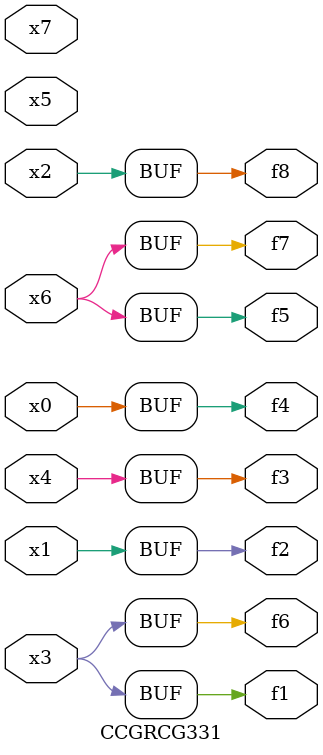
<source format=v>
module CCGRCG331(
	input x0, x1, x2, x3, x4, x5, x6, x7,
	output f1, f2, f3, f4, f5, f6, f7, f8
);
	assign f1 = x3;
	assign f2 = x1;
	assign f3 = x4;
	assign f4 = x0;
	assign f5 = x6;
	assign f6 = x3;
	assign f7 = x6;
	assign f8 = x2;
endmodule

</source>
